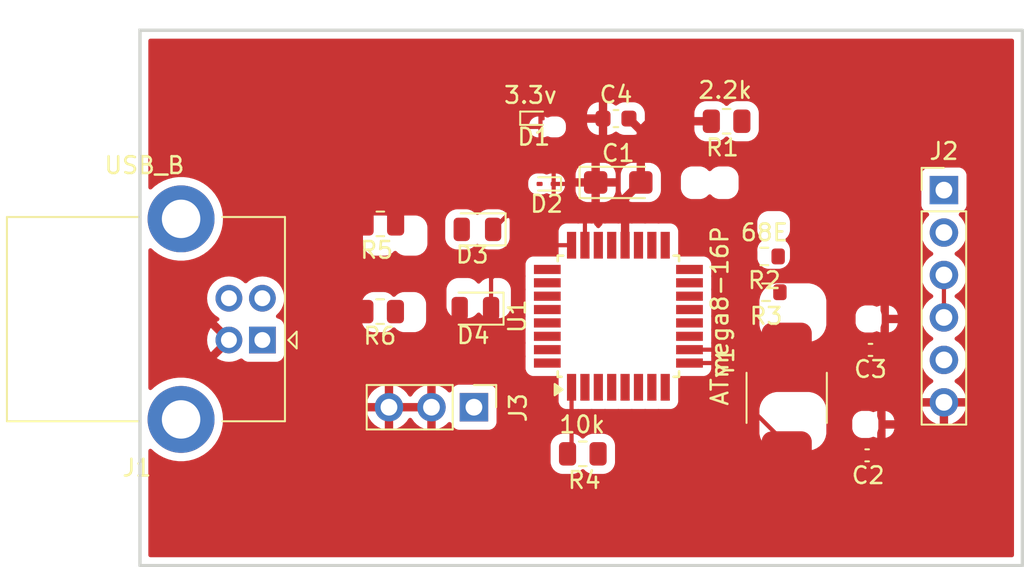
<source format=kicad_pcb>
(kicad_pcb (version 20240108) (generator "pcbnew") (generator_version "8.0")
  (layers (0 "F.Cu" signal) (31 "B.Cu" signal) (34 "B.Paste" user) (35 "F.Paste" user) (36 "B.SilkS" user "B.Silkscreen") (37 "F.SilkS" user "F.Silkscreen") (38 "B.Mask" user) (39 "F.Mask" user) (44 "Edge.Cuts" user))
  (net 0 "")
  (net 1 "/Gnd")
  (net 2 "/Vcc")
  (net 3 "Net-(U1-PB6{slash}XTAL1)")
  (net 4 "Net-(U1-PB7{slash}XTAL2)")
  (net 5 "Net-(D1-A)")
  (net 6 "Net-(D2-A)")
  (net 7 "Net-(D3-A)")
  (net 8 "Net-(D3-K)")
  (net 9 "Net-(D4-K)")
  (net 10 "Net-(D4-A)")
  (net 13 "Net-(J2-Pin_3)")
  (net 14 "Net-(J2-Pin_5)")
  (net 15 "Net-(J2-Pin_2)")
  (net 16 "Net-(J3-Pin_1)")
  (net 17 "Net-(U1-PB1)")
  (net 18 "Net-(U1-PB0)")
  (net 19 "Net-(U1-PC6{slash}~{RESET})")
  (net 33 "Net-(J2-Pin_4)")
  (footprint "Package_QFP:TQFP-32_7x7mm_P0.8mm" (layer "F.Cu") (at 155.019748 83.90736 90)
    (property "Reference" "U1" (at 0 -6.05 90) (layer "F.SilkS"))
    (property "Value" "ATmega8-16P" (at 0.02 6.06 90) (layer "F.SilkS"))
    (fp_line (start 3.625 -3.625) (end 3.299999 -3.625) (stroke (width 0.15)) (layer "F.SilkS"))
    (fp_line (start 3.625 -3.625) (end 3.625 -3.299999) (stroke (width 0.15)) (layer "F.SilkS"))
    (fp_line (start -3.625 -3.625) (end -3.299999 -3.625) (stroke (width 0.15)) (layer "F.SilkS"))
    (fp_line (start -3.625 -3.625) (end -3.625 -3.4) (stroke (width 0.15)) (layer "F.SilkS"))
    (fp_line (start 3.625 3.625) (end 3.625 3.299999) (stroke (width 0.15)) (layer "F.SilkS"))
    (fp_line (start 3.625 3.625) (end 3.299999 3.625) (stroke (width 0.15)) (layer "F.SilkS"))
    (fp_line (start -3.625 3.625) (end -3.625 3.299999) (stroke (width 0.15)) (layer "F.SilkS"))
    (fp_line (start -3.625 3.625) (end -3.299999 3.625) (stroke (width 0.15)) (layer "F.SilkS"))
    (fp_poly (pts (xy -4.39 -3.34) (xy -4.73 -3.81) (xy -4.05 -3.81) (xy -4.39 -3.34)) (stroke (width 0.12)) (fill solid) (layer "F.SilkS"))
    (pad "1" smd rect (at -4.25 -2.8 90) (size 1.6 0.55) (layers "F.Cu" "F.Paste" "F.Mask") (net 19 "Net-(U1-PC6{slash}~{RESET})"))
    (pad "2" smd rect (at -4.25 -2 90) (size 1.6 0.55) (layers "F.Cu" "F.Paste" "F.Mask"))
    (pad "3" smd rect (at -4.25 -1.2 90) (size 1.6 0.55) (layers "F.Cu" "F.Paste" "F.Mask"))
    (pad "4" smd rect (at -4.25 -0.4 90) (size 1.6 0.55) (layers "F.Cu" "F.Paste" "F.Mask") (net 17 "Net-(U1-PB1)"))
    (pad "5" smd rect (at -4.25 0.4 90) (size 1.6 0.55) (layers "F.Cu" "F.Paste" "F.Mask"))
    (pad "6" smd rect (at -4.25 1.2 90) (size 1.6 0.55) (layers "F.Cu" "F.Paste" "F.Mask"))
    (pad "7" smd rect (at -4.25 2 90) (size 1.6 0.55) (layers "F.Cu" "F.Paste" "F.Mask"))
    (pad "8" smd rect (at -4.25 2.8 90) (size 1.6 0.55) (layers "F.Cu" "F.Paste" "F.Mask"))
    (pad "9" smd rect (at -2.8 4.25 180) (size 1.6 0.55) (layers "F.Cu" "F.Paste" "F.Mask") (net 3 "Net-(U1-PB6{slash}XTAL1)"))
    (pad "10" smd rect (at -2 4.25 180) (size 1.6 0.55) (layers "F.Cu" "F.Paste" "F.Mask") (net 4 "Net-(U1-PB7{slash}XTAL2)"))
    (pad "11" smd rect (at -1.2 4.25 180) (size 1.6 0.55) (layers "F.Cu" "F.Paste" "F.Mask"))
    (pad "12" smd rect (at -0.4 4.25 180) (size 1.6 0.55) (layers "F.Cu" "F.Paste" "F.Mask"))
    (pad "13" smd rect (at 0.4 4.25 180) (size 1.6 0.55) (layers "F.Cu" "F.Paste" "F.Mask"))
    (pad "14" smd rect (at 1.2 4.25 180) (size 1.6 0.55) (layers "F.Cu" "F.Paste" "F.Mask") (net 18 "Net-(U1-PB0)"))
    (pad "15" smd rect (at 2 4.25 180) (size 1.6 0.55) (layers "F.Cu" "F.Paste" "F.Mask") (net 17 "Net-(U1-PB1)"))
    (pad "16" smd rect (at 2.8 4.25 180) (size 1.6 0.55) (layers "F.Cu" "F.Paste" "F.Mask") (net 14 "Net-(J2-Pin_5)"))
    (pad "17" smd rect (at 4.25 2.8 90) (size 1.6 0.55) (layers "F.Cu" "F.Paste" "F.Mask") (net 13 "Net-(J2-Pin_3)"))
    (pad "18" smd rect (at 4.25 2 90) (size 1.6 0.55) (layers "F.Cu" "F.Paste" "F.Mask") (net 33 "Net-(J2-Pin_4)"))
    (pad "19" smd rect (at 4.25 1.2 90) (size 1.6 0.55) (layers "F.Cu" "F.Paste" "F.Mask") (net 15 "Net-(J2-Pin_2)"))
    (pad "20" smd rect (at 4.25 0.4 90) (size 1.6 0.55) (layers "F.Cu" "F.Paste" "F.Mask") (net 2 "/Vcc"))
    (pad "21" smd rect (at 4.25 -0.4 90) (size 1.6 0.55) (layers "F.Cu" "F.Paste" "F.Mask"))
    (pad "22" smd rect (at 4.25 -1.2 90) (size 1.6 0.55) (layers "F.Cu" "F.Paste" "F.Mask") (net 1 "/Gnd"))
    (pad "23" smd rect (at 4.25 -2 90) (size 1.6 0.55) (layers "F.Cu" "F.Paste" "F.Mask") (net 8 "Net-(D3-K)"))
    (pad "24" smd rect (at 4.25 -2.8 90) (size 1.6 0.55) (layers "F.Cu" "F.Paste" "F.Mask") (net 9 "Net-(D4-K)"))
    (pad "25" smd rect (at 2.8 -4.25 180) (size 1.6 0.55) (layers "F.Cu" "F.Paste" "F.Mask") (net 16 "Net-(J3-Pin_1)"))
    (pad "26" smd rect (at 2 -4.25 180) (size 1.6 0.55) (layers "F.Cu" "F.Paste" "F.Mask"))
    (pad "27" smd rect (at 1.2 -4.25 180) (size 1.6 0.55) (layers "F.Cu" "F.Paste" "F.Mask"))
    (pad "28" smd rect (at 0.4 -4.25 180) (size 1.6 0.55) (layers "F.Cu" "F.Paste" "F.Mask"))
    (pad "29" smd rect (at -0.4 -4.25 180) (size 1.6 0.55) (layers "F.Cu" "F.Paste" "F.Mask"))
    (pad "30" smd rect (at -1.2 -4.25 180) (size 1.6 0.55) (layers "F.Cu" "F.Paste" "F.Mask"))
    (pad "31" smd rect (at -2 -4.25 180) (size 1.6 0.55) (layers "F.Cu" "F.Paste" "F.Mask"))
    (pad "32" smd rect (at -2.8 -4.25 180) (size 1.6 0.55) (layers "F.Cu" "F.Paste" "F.Mask"))
  )
  (footprint "Connector_USB:USB_B_Lumberg_2411_02_Horizontal" (layer "F.Cu") (at 133.7375 85.33 180)
    (property "Reference" "J1" (at 7.5 -7.65 360) (layer "F.SilkS"))
    (property "Value" "USB_B" (at 7.05 10.45 360) (layer "F.SilkS"))
    (fp_line (start 15.270001 -4.86) (end 7.3 -4.859999) (stroke (width 0.12)) (layer "F.SilkS"))
    (fp_line (start 15.27 7.359999) (end 15.270001 -4.86) (stroke (width 0.12)) (layer "F.SilkS"))
    (fp_line (start 15.27 7.359999) (end 7.3 7.359999) (stroke (width 0.12)) (layer "F.SilkS"))
    (fp_line (start -1.35 7.36) (end 2.4 7.36) (stroke (width 0.12)) (layer "F.SilkS"))
    (fp_line (start -1.35 7.36) (end -1.35 -4.86) (stroke (width 0.12)) (layer "F.SilkS"))
    (fp_line (start -1.35 -4.86) (end 2.4 -4.86) (stroke (width 0.12)) (layer "F.SilkS"))
    (fp_line (start -1.550001 0) (end -2.05 -0.499999) (stroke (width 0.12)) (layer "F.SilkS"))
    (fp_line (start -2.05 0.499999) (end -1.550001 0) (stroke (width 0.12)) (layer "F.SilkS"))
    (fp_line (start -2.05 -0.499999) (end -2.05 0.499999) (stroke (width 0.12)) (layer "F.SilkS"))
    (pad "1" thru_hole rect (at 0 0 270) (size 1.6 1.6) (drill 0.95) (layers "*.Cu" "*.Mask") (net 2 "/Vcc"))
    (pad "2" thru_hole circle (at 0 2.5 270) (size 1.6 1.6) (drill 0.95) (layers "*.Cu" "*.Mask") (net 6 "Net-(D2-A)"))
    (pad "3" thru_hole circle (at 2.000001 2.5 270) (size 1.6 1.6) (drill 0.95) (layers "*.Cu" "*.Mask") (net 5 "Net-(D1-A)"))
    (pad "4" thru_hole circle (at 2.000001 0 270) (size 1.6 1.6) (drill 0.95) (layers "*.Cu" "*.Mask") (net 1 "/Gnd"))
    (pad "5" thru_hole circle (at 4.86 -4.75 270) (size 4 4) (drill 2.3) (layers "*.Cu" "*.Mask"))
    (pad "5" thru_hole circle (at 4.86 7.25 270) (size 4 4) (drill 2.3) (layers "*.Cu" "*.Mask"))
  )
  (footprint "LED_SMD:LED_0805_2012Metric" (layer "F.Cu") (at 146.592499 78.71 180)
    (property "Reference" "D3" (at 0.31 -1.52 360) (layer "F.SilkS"))
    (property "Value" "LED_R")
    (fp_line (start 1 -0.96) (end -1.684999 -0.96) (stroke (width 0.12)) (layer "F.SilkS"))
    (fp_line (start -1.684999 0.96) (end 1 0.96) (stroke (width 0.12)) (layer "F.SilkS"))
    (fp_line (start -1.684999 -0.96) (end -1.684999 0.96) (stroke (width 0.12)) (layer "F.SilkS"))
    (pad "1" smd roundrect (at -0.937501 0 180) (size 0.975 1.4) (layers "F.Cu" "F.Paste" "F.Mask") (net 8 "Net-(D3-K)"))
    (pad "2" smd roundrect (at 0.937501 0 180) (size 0.975 1.4) (layers "F.Cu" "F.Paste" "F.Mask") (net 7 "Net-(D3-A)"))
  )
  (footprint "Connector_PinHeader_2.54mm:PinHeader_1x03_P2.54mm_Vertical" (layer "F.Cu") (at 146.385 89.35 -90)
    (property "Reference" "J3" (at 0.03 -2.64 90) (layer "F.SilkS"))
    (property "Value" "Conn_01x03_Pin" (hide yes))
    (fp_line (start -1.33 6.409999) (end 1.33 6.409999) (stroke (width 0.12)) (layer "F.SilkS"))
    (fp_line (start -1.33 1.270001) (end -1.33 6.409999) (stroke (width 0.12)) (layer "F.SilkS"))
    (fp_line (start -1.33 1.270001) (end 1.33 1.270001) (stroke (width 0.12)) (layer "F.SilkS"))
    (fp_line (start 1.33 1.270001) (end 1.33 6.409999) (stroke (width 0.12)) (layer "F.SilkS"))
    (fp_line (start -1.33 0) (end -1.33 -1.33) (stroke (width 0.12)) (layer "F.SilkS"))
    (fp_line (start -1.33 -1.33) (end 0 -1.33) (stroke (width 0.12)) (layer "F.SilkS"))
    (pad "1" thru_hole rect (at 0 0 270) (size 1.7 1.7) (drill 1) (layers "*.Cu" "*.Mask") (net 16 "Net-(J3-Pin_1)"))
    (pad "2" thru_hole oval (at 0 2.54 270) (size 1.7 1.7) (drill 1) (layers "*.Cu" "*.Mask") (net 1 "/Gnd"))
    (pad "3" thru_hole oval (at 0 5.079999 270) (size 1.7 1.7) (drill 1) (layers "*.Cu" "*.Mask") (net 1 "/Gnd"))
  )
  (footprint "Resistor_SMD:R_0805_2012Metric" (layer "F.Cu") (at 161.4875 72.24 180)
    (property "Reference" "R1" (at 0.2525 -1.58 360) (layer "F.SilkS"))
    (property "Value" "2.2k" (at 0.0875 1.86 360) (layer "F.SilkS"))
    (fp_line (start -0.227064 0.735) (end 0.227064 0.735) (stroke (width 0.12)) (layer "F.SilkS"))
    (fp_line (start -0.227064 -0.735) (end 0.227064 -0.735) (stroke (width 0.12)) (layer "F.SilkS"))
    (pad "1" smd roundrect (at -0.9125 0 180) (size 1.025 1.4) (layers "F.Cu" "F.Paste" "F.Mask") (roundrect_rratio 0.243902) (net 6 "Net-(D2-A)"))
    (pad "2" smd roundrect (at 0.9125 0 180) (size 1.025 1.4) (layers "F.Cu" "F.Paste" "F.Mask") (roundrect_rratio 0.243902) (net 2 "/Vcc"))
  )
  (footprint "Resistor_SMD:R_0805_2012Metric" (layer "F.Cu") (at 140.79 78.38 180)
    (property "Reference" "R5" (at 0.2175 -1.57 360) (layer "F.SilkS"))
    (property "Value" "1k")
    (fp_line (start -0.227064 0.735) (end 0.227064 0.735) (stroke (width 0.12)) (layer "F.SilkS"))
    (fp_line (start -0.227064 -0.735) (end 0.227064 -0.735) (stroke (width 0.12)) (layer "F.SilkS"))
    (pad "1" smd roundrect (at -0.9125 0 180) (size 1.025 1.4) (layers "F.Cu" "F.Paste" "F.Mask") (roundrect_rratio 0.243902) (net 7 "Net-(D3-A)"))
    (pad "2" smd roundrect (at 0.9125 0 180) (size 1.025 1.4) (layers "F.Cu" "F.Paste" "F.Mask") (roundrect_rratio 0.243902) (net 2 "/Vcc"))
  )
  (footprint "Connector_PinHeader_2.54mm:PinHeader_1x06_P2.54mm_Vertical" (layer "F.Cu") (at 174.48 76.36)
    (property "Reference" "J2" (at 0 -2.33 360) (layer "F.SilkS"))
    (property "Value" "Conn_01x06_Pin" (hide yes))
    (fp_line (start -1.33 -1.33) (end 0 -1.33) (stroke (width 0.12)) (layer "F.SilkS"))
    (fp_line (start -1.33 0) (end -1.33 -1.33) (stroke (width 0.12)) (layer "F.SilkS"))
    (fp_line (start -1.33 1.270001) (end -1.33 14.03) (stroke (width 0.12)) (layer "F.SilkS"))
    (fp_line (start -1.33 1.270001) (end 1.33 1.270001) (stroke (width 0.12)) (layer "F.SilkS"))
    (fp_line (start -1.33 14.03) (end 1.33 14.03) (stroke (width 0.12)) (layer "F.SilkS"))
    (fp_line (start 1.33 1.270001) (end 1.33 14.03) (stroke (width 0.12)) (layer "F.SilkS"))
    (pad "1" thru_hole rect (at 0 0) (size 1.7 1.7) (drill 1) (layers "*.Cu" "*.Mask") (net 2 "/Vcc"))
    (pad "2" thru_hole oval (at 0 2.54) (size 1.7 1.7) (drill 1) (layers "*.Cu" "*.Mask") (net 15 "Net-(J2-Pin_2)"))
    (pad "3" thru_hole oval (at 0 5.079999) (size 1.7 1.7) (drill 1) (layers "*.Cu" "*.Mask") (net 13 "Net-(J2-Pin_3)"))
    (pad "4" thru_hole oval (at 0 7.62) (size 1.7 1.7) (drill 1) (layers "*.Cu" "*.Mask") (net 33 "Net-(J2-Pin_4)"))
    (pad "5" thru_hole oval (at 0 10.16) (size 1.7 1.7) (drill 1) (layers "*.Cu" "*.Mask") (net 14 "Net-(J2-Pin_5)"))
    (pad "6" thru_hole oval (at 0 12.7) (size 1.7 1.7) (drill 1) (layers "*.Cu" "*.Mask") (net 1 "/Gnd"))
  )
  (footprint "Resistor_SMD:R_0603_1608Metric" (layer "F.Cu") (at 163.745 80.33 180)
    (property "Reference" "R2" (at 0 -1.43 360) (layer "F.SilkS"))
    (property "Value" "68E" (at 0 1.43 360) (layer "F.SilkS"))
    (fp_line (start -0.237258 0.5225) (end 0.237258 0.5225) (stroke (width 0.12)) (layer "F.SilkS"))
    (fp_line (start -0.237258 -0.5225) (end 0.237258 -0.5225) (stroke (width 0.12)) (layer "F.SilkS"))
    (pad "1" smd roundrect (at -0.825 0 180) (size 0.8 0.95) (layers "F.Cu" "F.Paste" "F.Mask") (net 5 "Net-(D1-A)"))
    (pad "2" smd roundrect (at 0.825 0 180) (size 0.8 0.95) (layers "F.Cu" "F.Paste" "F.Mask") (net 17 "Net-(U1-PB1)"))
  )
  (footprint "Diode_SMD:D_SOD-923" (layer "F.Cu") (at 150.73 75.99 180)
    (property "Reference" "D2" (at 0 -1.2 360) (layer "F.SilkS"))
    (property "Value" "3.3v")
    (fp_line (start 0.5 0.4) (end -0.86 0.4) (stroke (width 0.12)) (layer "F.SilkS"))
    (fp_line (start 0.5 -0.4) (end -0.86 -0.4) (stroke (width 0.12)) (layer "F.SilkS"))
    (fp_line (start -0.86 -0.4) (end -0.86 0.4) (stroke (width 0.12)) (layer "F.SilkS"))
    (pad "1" smd roundrect (at -0.42 0) (size 0.36 0.25) (layers "F.Cu" "F.Paste" "F.Mask") (net 1 "/Gnd"))
    (pad "2" smd roundrect (at 0.42 0) (size 0.36 0.25) (layers "F.Cu" "F.Paste" "F.Mask") (net 6 "Net-(D2-A)"))
  )
  (footprint "Resistor_SMD:R_0805_2012Metric" (layer "F.Cu") (at 140.7775 83.63 180)
    (property "Reference" "R6" (at 0.017499 -1.46 360) (layer "F.SilkS"))
    (property "Value" "1k")
    (fp_line (start -0.227064 0.735) (end 0.227064 0.735) (stroke (width 0.12)) (layer "F.SilkS"))
    (fp_line (start -0.227064 -0.735) (end 0.227064 -0.735) (stroke (width 0.12)) (layer "F.SilkS"))
    (pad "1" smd roundrect (at -0.9125 0 180) (size 1.025 1.4) (layers "F.Cu" "F.Paste" "F.Mask") (roundrect_rratio 0.243902) (net 10 "Net-(D4-A)"))
    (pad "2" smd roundrect (at 0.9125 0 180) (size 1.025 1.4) (layers "F.Cu" "F.Paste" "F.Mask") (roundrect_rratio 0.243902) (net 2 "/Vcc"))
  )
  (footprint "Capacitor_Tantalum_SMD:CP_EIA-3216-18_Kemet-A" (layer "F.Cu") (at 155.01 75.9)
    (property "Reference" "C1" (at 0 -1.75 360) (layer "F.SilkS"))
    (property "Value" "4.7u")
    (fp_line (start -2.31 -0.935) (end -2.31 0.935) (stroke (width 0.12)) (layer "F.SilkS"))
    (fp_line (start -2.31 0.935) (end 1.6 0.935) (stroke (width 0.12)) (layer "F.SilkS"))
    (fp_line (start 1.6 -0.935) (end -2.31 -0.935) (stroke (width 0.12)) (layer "F.SilkS"))
    (pad "1" smd roundrect (at -1.35 0) (size 1.4 1.35) (layers "F.Cu" "F.Paste" "F.Mask") (roundrect_rratio 0.185185) (net 1 "/Gnd"))
    (pad "2" smd roundrect (at 1.35 0) (size 1.4 1.35) (layers "F.Cu" "F.Paste" "F.Mask") (roundrect_rratio 0.185185) (net 2 "/Vcc"))
  )
  (footprint "Capacitor_SMD:C_0603_1608Metric" (layer "F.Cu") (at 154.875 72.08)
    (property "Reference" "C4" (at 0 -1.43 360) (layer "F.SilkS"))
    (property "Value" "100n")
    (fp_line (start -0.140581 -0.51) (end 0.140581 -0.51) (stroke (width 0.12)) (layer "F.SilkS"))
    (fp_line (start -0.140581 0.51) (end 0.140581 0.51) (stroke (width 0.12)) (layer "F.SilkS"))
    (pad "1" smd roundrect (at -0.775 0) (size 0.9 0.95) (layers "F.Cu" "F.Paste" "F.Mask") (net 1 "/Gnd"))
    (pad "2" smd roundrect (at 0.775 0) (size 0.9 0.95) (layers "F.Cu" "F.Paste" "F.Mask") (net 2 "/Vcc"))
  )
  (footprint "LED_SMD:LED_0805_2012Metric" (layer "F.Cu") (at 146.470001 83.45 180)
    (property "Reference" "D4" (at 0.13 -1.6 360) (layer "F.SilkS"))
    (property "Value" "LED_G")
    (fp_line (start 1 -0.96) (end -1.684999 -0.96) (stroke (width 0.12)) (layer "F.SilkS"))
    (fp_line (start -1.684999 0.96) (end 1 0.96) (stroke (width 0.12)) (layer "F.SilkS"))
    (fp_line (start -1.684999 -0.96) (end -1.684999 0.96) (stroke (width 0.12)) (layer "F.SilkS"))
    (pad "1" smd roundrect (at -0.937501 0 180) (size 0.975 1.4) (layers "F.Cu" "F.Paste" "F.Mask") (net 9 "Net-(D4-K)"))
    (pad "2" smd roundrect (at 0.937501 0 180) (size 0.975 1.4) (layers "F.Cu" "F.Paste" "F.Mask") (net 10 "Net-(D4-A)"))
  )
  (footprint "Resistor_SMD:R_0603_1608Metric" (layer "F.Cu") (at 163.85 82.47 180)
    (property "Reference" "R3" (at 0 -1.43 360) (layer "F.SilkS"))
    (property "Value" "68E")
    (fp_line (start -0.237258 0.5225) (end 0.237258 0.5225) (stroke (width 0.12)) (layer "F.SilkS"))
    (fp_line (start -0.237258 -0.5225) (end 0.237258 -0.5225) (stroke (width 0.12)) (layer "F.SilkS"))
    (pad "1" smd roundrect (at -0.825 0 180) (size 0.8 0.95) (layers "F.Cu" "F.Paste" "F.Mask") (net 6 "Net-(D2-A)"))
    (pad "2" smd roundrect (at 0.825 0 180) (size 0.8 0.95) (layers "F.Cu" "F.Paste" "F.Mask") (net 18 "Net-(U1-PB0)"))
  )
  (footprint "Capacitor_SMD:C_0402_1005Metric" (layer "F.Cu") (at 169.89 92.23 180)
    (property "Reference" "C2" (at -0.06 -1.200001 360) (layer "F.SilkS"))
    (property "Value" "22n")
    (fp_line (start -0.107836 0.36) (end 0.107836 0.36) (stroke (width 0.12)) (layer "F.SilkS"))
    (fp_line (start -0.107836 -0.36) (end 0.107836 -0.36) (stroke (width 0.12)) (layer "F.SilkS"))
    (pad "1" smd roundrect (at -0.48 0 180) (size 0.56 0.62) (layers "F.Cu" "F.Paste" "F.Mask") (net 1 "/Gnd"))
    (pad "2" smd roundrect (at 0.48 0 180) (size 0.56 0.62) (layers "F.Cu" "F.Paste" "F.Mask") (net 3 "Net-(U1-PB6{slash}XTAL1)"))
  )
  (footprint "Diode_SMD:D_SOD-923" (layer "F.Cu") (at 150.01 72.06)
    (property "Reference" "D1" (at -0.0475 1.12 360) (layer "F.SilkS"))
    (property "Value" "3.3v" (at -0.2475 -1.379999 360) (layer "F.SilkS"))
    (fp_line (start -0.86 -0.4) (end -0.86 0.4) (stroke (width 0.12)) (layer "F.SilkS"))
    (fp_line (start 0.5 -0.4) (end -0.86 -0.4) (stroke (width 0.12)) (layer "F.SilkS"))
    (fp_line (start 0.5 0.4) (end -0.86 0.4) (stroke (width 0.12)) (layer "F.SilkS"))
    (pad "1" smd roundrect (at -0.42 0 180) (size 0.36 0.25) (layers "F.Cu" "F.Paste" "F.Mask") (net 1 "/Gnd"))
    (pad "2" smd roundrect (at 0.42 0 180) (size 0.36 0.25) (layers "F.Cu" "F.Paste" "F.Mask") (net 5 "Net-(D1-A)"))
  )
  (footprint "Crystal:Crystal_SMD_TXC_AX_8045-2Pin_8.0x4.5mm" (layer "F.Cu") (at 165.08 88.79 -90)
    (property "Reference" "Y1" (at -2.13 3.66 90) (layer "F.SilkS"))
    (property "Value" "xtl")
    (fp_line (start -1.5 2.4) (end 1.5 2.4) (stroke (width 0.12)) (layer "F.SilkS"))
    (fp_line (start 1.5 -2.4) (end -1.5 -2.4) (stroke (width 0.12)) (layer "F.SilkS"))
    (pad "1" smd roundrect (at -3.25 0 270) (size 2.5 3) (layers "F.Cu" "F.Paste" "F.Mask") (net 4 "Net-(U1-PB7{slash}XTAL2)"))
    (pad "2" smd roundrect (at 3.25 0 270) (size 2.5 3) (layers "F.Cu" "F.Paste" "F.Mask") (net 3 "Net-(U1-PB6{slash}XTAL1)"))
  )
  (footprint "Resistor_SMD:R_0805_2012Metric" (layer "F.Cu") (at 152.8925 92.14)
    (property "Reference" "R4" (at 0.09 1.58 360) (layer "F.SilkS"))
    (property "Value" "10k" (at -0.04 -1.75 360) (layer "F.SilkS"))
    (fp_line (start -0.227064 -0.735) (end 0.227064 -0.735) (stroke (width 0.12)) (layer "F.SilkS"))
    (fp_line (start -0.227064 0.735) (end 0.227064 0.735) (stroke (width 0.12)) (layer "F.SilkS"))
    (pad "1" smd roundrect (at -0.9125 0) (size 1.025 1.4) (layers "F.Cu" "F.Paste" "F.Mask") (roundrect_rratio 0.243902) (net 19 "Net-(U1-PC6{slash}~{RESET})"))
    (pad "2" smd roundrect (at 0.9125 0) (size 1.025 1.4) (layers "F.Cu" "F.Paste" "F.Mask") (roundrect_rratio 0.243902) (net 2 "/Vcc"))
  )
  (footprint "Capacitor_SMD:C_0402_1005Metric" (layer "F.Cu") (at 170.09 85.92 180)
    (property "Reference" "C3" (at 0 -1.16 360) (layer "F.SilkS"))
    (property "Value" "22n")
    (fp_line (start -0.107836 0.36) (end 0.107836 0.36) (stroke (width 0.12)) (layer "F.SilkS"))
    (fp_line (start -0.107836 -0.36) (end 0.107836 -0.36) (stroke (width 0.12)) (layer "F.SilkS"))
    (pad "1" smd roundrect (at -0.48 0 180) (size 0.56 0.62) (layers "F.Cu" "F.Paste" "F.Mask") (net 1 "/Gnd"))
    (pad "2" smd roundrect (at 0.48 0 180) (size 0.56 0.62) (layers "F.Cu" "F.Paste" "F.Mask") (net 4 "Net-(U1-PB7{slash}XTAL2)"))
  )
  (gr_rect (start 126.419748 66.79736) (end 179.169749 98.82736) (stroke (width 0.2)) (fill none) (layer "Edge.Cuts"))
  (segment (start 156.36 75.9) (end 156.36 72.79) (width 0.5) (layer "F.Cu") (net 2))
  (segment (start 156.91 72.24) (end 156.36 72.79) (width 0.5) (layer "F.Cu") (net 2))
  (segment (start 156.36 75.9) (end 155.419748 76.840252) (width 0.5) (layer "F.Cu") (net 2))
  (segment (start 160.575 72.24) (end 156.91 72.24) (width 0.5) (layer "F.Cu") (net 2))
  (segment (start 155.419748 76.840252) (end 155.419748 79.65736) (width 0.5) (layer "F.Cu") (net 2))
  (segment (start 156.36 72.79) (end 155.65 72.08) (width 0.5) (layer "F.Cu") (net 2))
  (segment (start 162.42736 86.70736) (end 159.269748 86.70736) (width 0.25) (layer "F.Cu") (net 3))
  (segment (start 165.08 92.04) (end 165.08 91.58) (width 0.25) (layer "F.Cu") (net 3))
  (segment (start 169.41 92.23) (end 165.27 92.23) (width 0.25) (layer "F.Cu") (net 3))
  (segment (start 165.27 92.23) (end 165.08 92.04) (width 0.25) (layer "F.Cu") (net 3))
  (segment (start 165.08 91.58) (end 162.05736 88.55736) (width 0.25) (layer "F.Cu") (net 3))
  (segment (start 165.46 85.92) (end 165.08 85.54) (width 0.25) (layer "F.Cu") (net 4))
  (segment (start 163.23264 85.90736) (end 159.269748 85.90736) (width 0.25) (layer "F.Cu") (net 4))
  (segment (start 165.08 85.54) (end 162.86264 87.75736) (width 0.25) (layer "F.Cu") (net 4))
  (segment (start 169.61 85.92) (end 165.46 85.92) (width 0.25) (layer "F.Cu") (net 4))
  (segment (start 147.53 78.71) (end 148.33 77.91) (width 0.25) (layer "F.Cu") (net 8))
  (segment (start 153.019748 78.159748) (end 153.019748 79.65736) (width 0.25) (layer "F.Cu") (net 8))
  (segment (start 152.77 77.91) (end 153.019748 78.159748) (width 0.25) (layer "F.Cu") (net 8))
  (segment (start 148.33 77.91) (end 152.77 77.91) (width 0.25) (layer "F.Cu") (net 8))
  (segment (start 147.407502 83.45) (end 147.407502 81.642498) (width 0.25) (layer "F.Cu") (net 9))
  (segment (start 149.39264 79.65736) (end 152.219748 79.65736) (width 0.25) (layer "F.Cu") (net 9))
  (segment (start 147.407502 81.642498) (end 149.39264 79.65736) (width 0.25) (layer "F.Cu") (net 9))
  (segment (start 174.48 83.98) (end 174.48 81.439999) (width 0.25) (layer "F.Cu") (net 13))
  (segment (start 152.219748 88.15736) (end 152.219748 91.900252) (width 0.25) (layer "F.Cu") (net 19))
  (segment (start 152.219748 91.900252) (end 151.98 92.14) (width 0.25) (layer "F.Cu") (net 19))
  (zone (net 1) (net_name "/Gnd") (layer "F.Cu") (connect_pads (clearance 0.5)) (min_thickness 0.25) (fill yes (thermal_gap 0.5) (thermal_bridge_width 0.5))
    (polygon (pts (xy 179.15 98.877361) (xy 126.392854 98.877361) (xy 126.398542 66.84) (xy 127.891386 66.78) (xy 179.1 66.9) (xy 179.02 64.98531)))
  )
)
</source>
